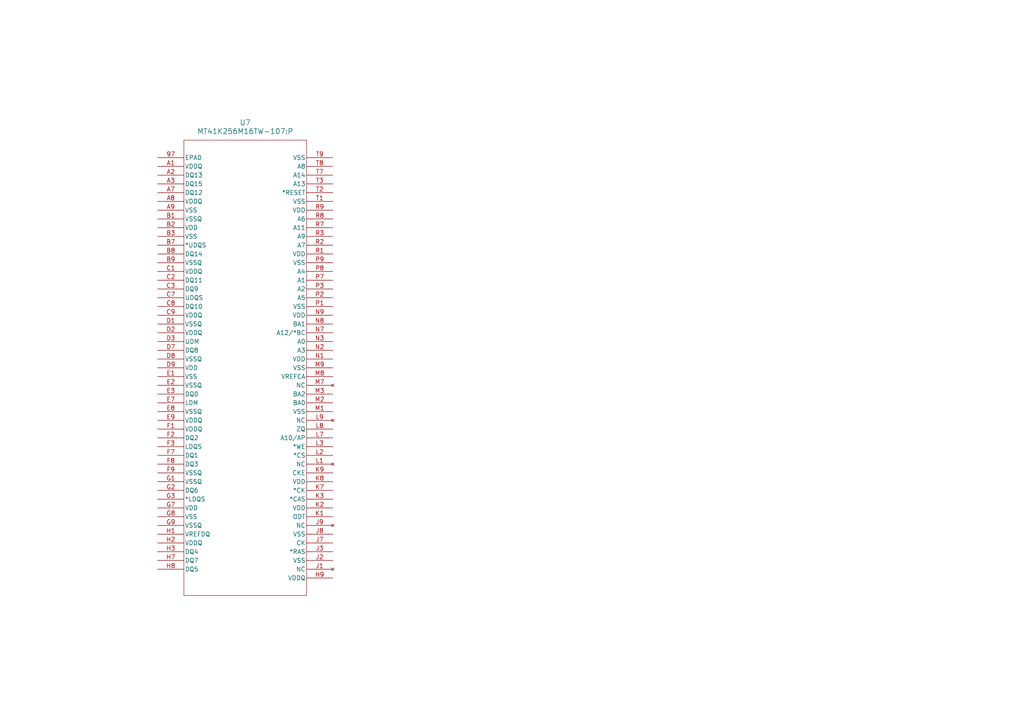
<source format=kicad_sch>
(kicad_sch (version 20231120) (generator "eeschema") (generator_version "8.0")
  (paper "A4")
  (lib_symbols
    (symbol "Personal:MT41K256M16TW-107_P" (pin_names (offset 0.254))
      (property "Reference" "U" (at 25.4 10.16 0))
      (property "Value" "MT41K256M16TW-107:P" (at 25.4 7.62 0))
      (symbol "MT41K256M16TW-107_P_0_1"
        (polyline (pts (xy 7.62 -127) (xy 43.18 -127)) (stroke (width 0.127)))
        (polyline (pts (xy 7.62 5.08) (xy 7.62 -127)) (stroke (width 0.127)))
        (polyline (pts (xy 43.18 -127) (xy 43.18 5.08)) (stroke (width 0.127)))
        (polyline (pts (xy 43.18 5.08) (xy 7.62 5.08)) (stroke (width 0.127)))
        (pin unspecified line (at 0 0 0) (length 7.62) (name "EPAD") (number "97"))
        (pin power_in line (at 0 -2.54 0) (length 7.62) (name "VDDQ") (number "A1"))
        (pin bidirectional line (at 0 -5.08 0) (length 7.62) (name "DQ13") (number "A2"))
        (pin bidirectional line (at 0 -7.62 0) (length 7.62) (name "DQ15") (number "A3"))
        (pin bidirectional line (at 0 -10.16 0) (length 7.62) (name "DQ12") (number "A7"))
        (pin power_in line (at 0 -12.7 0) (length 7.62) (name "VDDQ") (number "A8"))
        (pin power_in line (at 0 -15.24 0) (length 7.62) (name "VSS") (number "A9"))
        (pin power_in line (at 0 -17.78 0) (length 7.62) (name "VSSQ") (number "B1"))
        (pin power_in line (at 0 -20.32 0) (length 7.62) (name "VDD") (number "B2"))
        (pin power_in line (at 0 -22.86 0) (length 7.62) (name "VSS") (number "B3"))
        (pin bidirectional line (at 0 -25.4 0) (length 7.62) (name "*UDQS") (number "B7"))
        (pin bidirectional line (at 0 -27.94 0) (length 7.62) (name "DQ14") (number "B8"))
        (pin power_in line (at 0 -30.48 0) (length 7.62) (name "VSSQ") (number "B9"))
        (pin power_in line (at 0 -33.02 0) (length 7.62) (name "VDDQ") (number "C1"))
        (pin bidirectional line (at 0 -35.56 0) (length 7.62) (name "DQ11") (number "C2"))
        (pin bidirectional line (at 0 -38.1 0) (length 7.62) (name "DQ9") (number "C3"))
        (pin bidirectional line (at 0 -40.64 0) (length 7.62) (name "UDQS") (number "C7"))
        (pin bidirectional line (at 0 -43.18 0) (length 7.62) (name "DQ10") (number "C8"))
        (pin power_in line (at 0 -45.72 0) (length 7.62) (name "VDDQ") (number "C9"))
        (pin power_in line (at 0 -48.26 0) (length 7.62) (name "VSSQ") (number "D1"))
        (pin power_in line (at 0 -50.8 0) (length 7.62) (name "VDDQ") (number "D2"))
        (pin input line (at 0 -53.34 0) (length 7.62) (name "UDM") (number "D3"))
        (pin bidirectional line (at 0 -55.88 0) (length 7.62) (name "DQ8") (number "D7"))
        (pin power_in line (at 0 -58.42 0) (length 7.62) (name "VSSQ") (number "D8"))
        (pin power_in line (at 0 -60.96 0) (length 7.62) (name "VDD") (number "D9"))
        (pin power_in line (at 0 -63.5 0) (length 7.62) (name "VSS") (number "E1"))
        (pin power_in line (at 0 -66.04 0) (length 7.62) (name "VSSQ") (number "E2"))
        (pin bidirectional line (at 0 -68.58 0) (length 7.62) (name "DQ0") (number "E3"))
        (pin input line (at 0 -71.12 0) (length 7.62) (name "LDM") (number "E7"))
        (pin power_in line (at 0 -73.66 0) (length 7.62) (name "VSSQ") (number "E8"))
        (pin power_in line (at 0 -76.2 0) (length 7.62) (name "VDDQ") (number "E9"))
        (pin power_in line (at 0 -78.74 0) (length 7.62) (name "VDDQ") (number "F1"))
        (pin bidirectional line (at 0 -81.28 0) (length 7.62) (name "DQ2") (number "F2"))
        (pin bidirectional line (at 0 -83.82 0) (length 7.62) (name "LDQS") (number "F3"))
        (pin bidirectional line (at 0 -86.36 0) (length 7.62) (name "DQ1") (number "F7"))
        (pin bidirectional line (at 0 -88.9 0) (length 7.62) (name "DQ3") (number "F8"))
        (pin power_in line (at 0 -91.44 0) (length 7.62) (name "VSSQ") (number "F9"))
        (pin power_in line (at 0 -93.98 0) (length 7.62) (name "VSSQ") (number "G1"))
        (pin bidirectional line (at 0 -96.52 0) (length 7.62) (name "DQ6") (number "G2"))
        (pin bidirectional line (at 0 -99.06 0) (length 7.62) (name "*LDQS") (number "G3"))
        (pin power_in line (at 0 -101.6 0) (length 7.62) (name "VDD") (number "G7"))
        (pin power_in line (at 0 -104.14 0) (length 7.62) (name "VSS") (number "G8"))
        (pin power_in line (at 0 -106.68 0) (length 7.62) (name "VSSQ") (number "G9"))
        (pin power_in line (at 0 -109.22 0) (length 7.62) (name "VREFDQ") (number "H1"))
        (pin power_in line (at 0 -111.76 0) (length 7.62) (name "VDDQ") (number "H2"))
        (pin bidirectional line (at 0 -114.3 0) (length 7.62) (name "DQ4") (number "H3"))
        (pin bidirectional line (at 0 -116.84 0) (length 7.62) (name "DQ7") (number "H7"))
        (pin bidirectional line (at 0 -119.38 0) (length 7.62) (name "DQ5") (number "H8"))
        (pin power_in line (at 50.8 -121.92 180) (length 7.62) (name "VDDQ") (number "H9"))
        (pin no_connect line (at 50.8 -119.38 180) (length 7.62) (name "NC") (number "J1"))
        (pin power_in line (at 50.8 -116.84 180) (length 7.62) (name "VSS") (number "J2"))
        (pin input line (at 50.8 -114.3 180) (length 7.62) (name "*RAS") (number "J3"))
        (pin input line (at 50.8 -111.76 180) (length 7.62) (name "CK") (number "J7"))
        (pin power_in line (at 50.8 -109.22 180) (length 7.62) (name "VSS") (number "J8"))
        (pin no_connect line (at 50.8 -106.68 180) (length 7.62) (name "NC") (number "J9"))
        (pin input line (at 50.8 -104.14 180) (length 7.62) (name "ODT") (number "K1"))
        (pin power_in line (at 50.8 -101.6 180) (length 7.62) (name "VDD") (number "K2"))
        (pin input line (at 50.8 -99.06 180) (length 7.62) (name "*CAS") (number "K3"))
        (pin input line (at 50.8 -96.52 180) (length 7.62) (name "*CK") (number "K7"))
        (pin power_in line (at 50.8 -93.98 180) (length 7.62) (name "VDD") (number "K8"))
        (pin input line (at 50.8 -91.44 180) (length 7.62) (name "CKE") (number "K9"))
        (pin no_connect line (at 50.8 -88.9 180) (length 7.62) (name "NC") (number "L1"))
        (pin input line (at 50.8 -86.36 180) (length 7.62) (name "*CS") (number "L2"))
        (pin input line (at 50.8 -83.82 180) (length 7.62) (name "*WE") (number "L3"))
        (pin input line (at 50.8 -81.28 180) (length 7.62) (name "A10/AP") (number "L7"))
        (pin unspecified line (at 50.8 -78.74 180) (length 7.62) (name "ZQ") (number "L8"))
        (pin no_connect line (at 50.8 -76.2 180) (length 7.62) (name "NC") (number "L9"))
        (pin power_in line (at 50.8 -73.66 180) (length 7.62) (name "VSS") (number "M1"))
        (pin input line (at 50.8 -71.12 180) (length 7.62) (name "BA0") (number "M2"))
        (pin input line (at 50.8 -68.58 180) (length 7.62) (name "BA2") (number "M3"))
        (pin no_connect line (at 50.8 -66.04 180) (length 7.62) (name "NC") (number "M7"))
        (pin power_in line (at 50.8 -63.5 180) (length 7.62) (name "VREFCA") (number "M8"))
        (pin power_in line (at 50.8 -60.96 180) (length 7.62) (name "VSS") (number "M9"))
        (pin power_in line (at 50.8 -58.42 180) (length 7.62) (name "VDD") (number "N1"))
        (pin input line (at 50.8 -55.88 180) (length 7.62) (name "A3") (number "N2"))
        (pin input line (at 50.8 -53.34 180) (length 7.62) (name "A0") (number "N3"))
        (pin input line (at 50.8 -50.8 180) (length 7.62) (name "A12/*BC") (number "N7"))
        (pin input line (at 50.8 -48.26 180) (length 7.62) (name "BA1") (number "N8"))
        (pin power_in line (at 50.8 -45.72 180) (length 7.62) (name "VDD") (number "N9"))
        (pin power_in line (at 50.8 -43.18 180) (length 7.62) (name "VSS") (number "P1"))
        (pin input line (at 50.8 -40.64 180) (length 7.62) (name "A5") (number "P2"))
        (pin input line (at 50.8 -38.1 180) (length 7.62) (name "A2") (number "P3"))
        (pin input line (at 50.8 -35.56 180) (length 7.62) (name "A1") (number "P7"))
        (pin input line (at 50.8 -33.02 180) (length 7.62) (name "A4") (number "P8"))
        (pin power_in line (at 50.8 -30.48 180) (length 7.62) (name "VSS") (number "P9"))
        (pin power_in line (at 50.8 -27.94 180) (length 7.62) (name "VDD") (number "R1"))
        (pin input line (at 50.8 -25.4 180) (length 7.62) (name "A7") (number "R2"))
        (pin input line (at 50.8 -22.86 180) (length 7.62) (name "A9") (number "R3"))
        (pin input line (at 50.8 -20.32 180) (length 7.62) (name "A11") (number "R7"))
        (pin input line (at 50.8 -17.78 180) (length 7.62) (name "A6") (number "R8"))
        (pin power_in line (at 50.8 -15.24 180) (length 7.62) (name "VDD") (number "R9"))
        (pin power_in line (at 50.8 -12.7 180) (length 7.62) (name "VSS") (number "T1"))
        (pin input line (at 50.8 -10.16 180) (length 7.62) (name "*RESET") (number "T2"))
        (pin input line (at 50.8 -7.62 180) (length 7.62) (name "A13") (number "T3"))
        (pin input line (at 50.8 -5.08 180) (length 7.62) (name "A14") (number "T7"))
        (pin input line (at 50.8 -2.54 180) (length 7.62) (name "A8") (number "T8"))
        (pin power_in line (at 50.8 0 180) (length 7.62) (name "VSS") (number "T9"))
      )
    )
  )
  (symbol (lib_id "Personal:MT41K256M16TW-107_P") (at 45.72 45.72 0) (unit 1)
    (property "Reference" "U7" (at 71.12 35.56 0) (effects (font (size 1.524 1.524))))
    (property "Value" "MT41K256M16TW-107:P" (at 71.12 38.1 0) (effects (font (size 1.524 1.524))))
    (property "Footprint" "footprint:FBGA96_8X14_MRN" (effects (hide yes)))
    (property "Datasheet" "MT41K256M16TW-107:P" (effects (hide yes)))
  )
)
</source>
